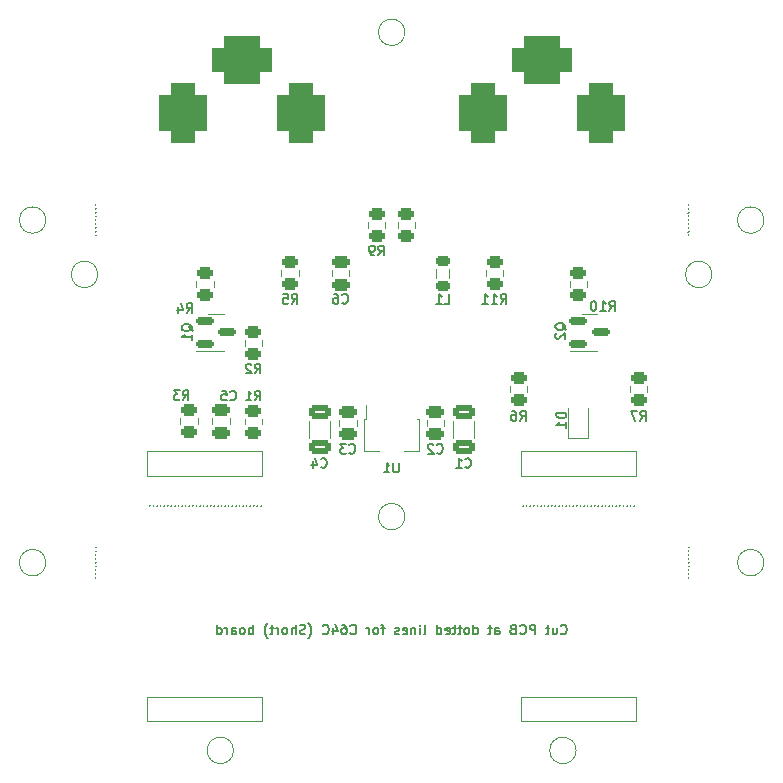
<source format=gbo>
%TF.GenerationSoftware,KiCad,Pcbnew,(6.0.1)*%
%TF.CreationDate,2022-01-31T14:39:12-05:00*%
%TF.ProjectId,C64-Composite-Modulator,4336342d-436f-46d7-906f-736974652d4d,0825*%
%TF.SameCoordinates,Original*%
%TF.FileFunction,Legend,Bot*%
%TF.FilePolarity,Positive*%
%FSLAX46Y46*%
G04 Gerber Fmt 4.6, Leading zero omitted, Abs format (unit mm)*
G04 Created by KiCad (PCBNEW (6.0.1)) date 2022-01-31 14:39:12*
%MOMM*%
%LPD*%
G01*
G04 APERTURE LIST*
G04 Aperture macros list*
%AMRoundRect*
0 Rectangle with rounded corners*
0 $1 Rounding radius*
0 $2 $3 $4 $5 $6 $7 $8 $9 X,Y pos of 4 corners*
0 Add a 4 corners polygon primitive as box body*
4,1,4,$2,$3,$4,$5,$6,$7,$8,$9,$2,$3,0*
0 Add four circle primitives for the rounded corners*
1,1,$1+$1,$2,$3*
1,1,$1+$1,$4,$5*
1,1,$1+$1,$6,$7*
1,1,$1+$1,$8,$9*
0 Add four rect primitives between the rounded corners*
20,1,$1+$1,$2,$3,$4,$5,0*
20,1,$1+$1,$4,$5,$6,$7,0*
20,1,$1+$1,$6,$7,$8,$9,0*
20,1,$1+$1,$8,$9,$2,$3,0*%
%AMFreePoly0*
4,1,9,3.862500,-0.866500,0.737500,-0.866500,0.737500,-0.450000,-0.737500,-0.450000,-0.737500,0.450000,0.737500,0.450000,0.737500,0.866500,3.862500,0.866500,3.862500,-0.866500,3.862500,-0.866500,$1*%
G04 Aperture macros list end*
%ADD10C,0.152400*%
%ADD11C,0.120000*%
%ADD12R,2.000000X2.000000*%
%ADD13C,1.440000*%
%ADD14RoundRect,1.000000X-1.000000X1.500000X-1.000000X-1.500000X1.000000X-1.500000X1.000000X1.500000X0*%
%ADD15RoundRect,1.000000X-1.500000X1.000000X-1.500000X-1.000000X1.500000X-1.000000X1.500000X1.000000X0*%
%ADD16C,3.000000*%
%ADD17R,1.700000X1.700000*%
%ADD18O,1.700000X1.700000*%
%ADD19C,1.600000*%
%ADD20C,2.000000*%
%ADD21RoundRect,0.250000X-0.450000X0.262500X-0.450000X-0.262500X0.450000X-0.262500X0.450000X0.262500X0*%
%ADD22RoundRect,0.250000X-0.475000X0.250000X-0.475000X-0.250000X0.475000X-0.250000X0.475000X0.250000X0*%
%ADD23R,0.900000X1.300000*%
%ADD24FreePoly0,270.000000*%
%ADD25RoundRect,0.150000X-0.587500X-0.150000X0.587500X-0.150000X0.587500X0.150000X-0.587500X0.150000X0*%
%ADD26R,0.500000X0.500000*%
%ADD27RoundRect,0.218750X-0.381250X0.218750X-0.381250X-0.218750X0.381250X-0.218750X0.381250X0.218750X0*%
%ADD28RoundRect,0.250000X-0.650000X0.325000X-0.650000X-0.325000X0.650000X-0.325000X0.650000X0.325000X0*%
G04 APERTURE END LIST*
D10*
X115732000Y-121213670D02*
G75*
G03*
X115732000Y-121213670I-50000J0D01*
G01*
X115732000Y-118963660D02*
G75*
G03*
X115732000Y-118963660I-50000J0D01*
G01*
X115732000Y-120249380D02*
G75*
G03*
X115732000Y-120249380I-50000J0D01*
G01*
X115732000Y-120570810D02*
G75*
G03*
X115732000Y-120570810I-50000J0D01*
G01*
X165932000Y-118642230D02*
G75*
G03*
X165932000Y-118642230I-50000J0D01*
G01*
X165932000Y-119927950D02*
G75*
G03*
X165932000Y-119927950I-50000J0D01*
G01*
X115732000Y-119285090D02*
G75*
G03*
X115732000Y-119285090I-50000J0D01*
G01*
X115732000Y-119606520D02*
G75*
G03*
X115732000Y-119606520I-50000J0D01*
G01*
X165932000Y-120570810D02*
G75*
G03*
X165932000Y-120570810I-50000J0D01*
G01*
X165932000Y-121213670D02*
G75*
G03*
X165932000Y-121213670I-50000J0D01*
G01*
X165932000Y-120249380D02*
G75*
G03*
X165932000Y-120249380I-50000J0D01*
G01*
X115732000Y-118642230D02*
G75*
G03*
X115732000Y-118642230I-50000J0D01*
G01*
X115732000Y-119927950D02*
G75*
G03*
X115732000Y-119927950I-50000J0D01*
G01*
X165932000Y-119606520D02*
G75*
G03*
X165932000Y-119606520I-50000J0D01*
G01*
X165932000Y-119285090D02*
G75*
G03*
X165932000Y-119285090I-50000J0D01*
G01*
X165932000Y-118963660D02*
G75*
G03*
X165932000Y-118963660I-50000J0D01*
G01*
X165932000Y-120892240D02*
G75*
G03*
X165932000Y-120892240I-50000J0D01*
G01*
X115732000Y-120892240D02*
G75*
G03*
X115732000Y-120892240I-50000J0D01*
G01*
X124880258Y-115127949D02*
G75*
G03*
X124880258Y-115127949I-50000J0D01*
G01*
X126397573Y-115127949D02*
G75*
G03*
X126397573Y-115127949I-50000J0D01*
G01*
X125790647Y-115127949D02*
G75*
G03*
X125790647Y-115127949I-50000J0D01*
G01*
X120328313Y-115127949D02*
G75*
G03*
X120328313Y-115127949I-50000J0D01*
G01*
X121238702Y-115127949D02*
G75*
G03*
X121238702Y-115127949I-50000J0D01*
G01*
X129432203Y-115127949D02*
G75*
G03*
X129432203Y-115127949I-50000J0D01*
G01*
X121845628Y-115127949D02*
G75*
G03*
X121845628Y-115127949I-50000J0D01*
G01*
X122452554Y-115127949D02*
G75*
G03*
X122452554Y-115127949I-50000J0D01*
G01*
X125487184Y-115127949D02*
G75*
G03*
X125487184Y-115127949I-50000J0D01*
G01*
X128218351Y-115127949D02*
G75*
G03*
X128218351Y-115127949I-50000J0D01*
G01*
X123666406Y-115127949D02*
G75*
G03*
X123666406Y-115127949I-50000J0D01*
G01*
X124576795Y-115127949D02*
G75*
G03*
X124576795Y-115127949I-50000J0D01*
G01*
X126094110Y-115127949D02*
G75*
G03*
X126094110Y-115127949I-50000J0D01*
G01*
X122756017Y-115127949D02*
G75*
G03*
X122756017Y-115127949I-50000J0D01*
G01*
X121542165Y-115127949D02*
G75*
G03*
X121542165Y-115127949I-50000J0D01*
G01*
X129735666Y-115127949D02*
G75*
G03*
X129735666Y-115127949I-50000J0D01*
G01*
X123969869Y-115127949D02*
G75*
G03*
X123969869Y-115127949I-50000J0D01*
G01*
X123362943Y-115127949D02*
G75*
G03*
X123362943Y-115127949I-50000J0D01*
G01*
X127914888Y-115127949D02*
G75*
G03*
X127914888Y-115127949I-50000J0D01*
G01*
X127004499Y-115127949D02*
G75*
G03*
X127004499Y-115127949I-50000J0D01*
G01*
X129128740Y-115127949D02*
G75*
G03*
X129128740Y-115127949I-50000J0D01*
G01*
X126701036Y-115127949D02*
G75*
G03*
X126701036Y-115127949I-50000J0D01*
G01*
X127307962Y-115127949D02*
G75*
G03*
X127307962Y-115127949I-50000J0D01*
G01*
X120935239Y-115127949D02*
G75*
G03*
X120935239Y-115127949I-50000J0D01*
G01*
X122149091Y-115127949D02*
G75*
G03*
X122149091Y-115127949I-50000J0D01*
G01*
X125183721Y-115127949D02*
G75*
G03*
X125183721Y-115127949I-50000J0D01*
G01*
X123059480Y-115127949D02*
G75*
G03*
X123059480Y-115127949I-50000J0D01*
G01*
X120631776Y-115127949D02*
G75*
G03*
X120631776Y-115127949I-50000J0D01*
G01*
X124273332Y-115127949D02*
G75*
G03*
X124273332Y-115127949I-50000J0D01*
G01*
X128825277Y-115127949D02*
G75*
G03*
X128825277Y-115127949I-50000J0D01*
G01*
X128521814Y-115127949D02*
G75*
G03*
X128521814Y-115127949I-50000J0D01*
G01*
X127611425Y-115127949D02*
G75*
G03*
X127611425Y-115127949I-50000J0D01*
G01*
X165932000Y-90927950D02*
G75*
G03*
X165932000Y-90927950I-50000J0D01*
G01*
X165932000Y-89963660D02*
G75*
G03*
X165932000Y-89963660I-50000J0D01*
G01*
X165932000Y-91249380D02*
G75*
G03*
X165932000Y-91249380I-50000J0D01*
G01*
X165932000Y-92213670D02*
G75*
G03*
X165932000Y-92213670I-50000J0D01*
G01*
X165932000Y-91570810D02*
G75*
G03*
X165932000Y-91570810I-50000J0D01*
G01*
X165932000Y-91892240D02*
G75*
G03*
X165932000Y-91892240I-50000J0D01*
G01*
X165932000Y-90285090D02*
G75*
G03*
X165932000Y-90285090I-50000J0D01*
G01*
X165932000Y-90606520D02*
G75*
G03*
X165932000Y-90606520I-50000J0D01*
G01*
X165932000Y-89642230D02*
G75*
G03*
X165932000Y-89642230I-50000J0D01*
G01*
X115732000Y-91892240D02*
G75*
G03*
X115732000Y-91892240I-50000J0D01*
G01*
X115732000Y-90927950D02*
G75*
G03*
X115732000Y-90927950I-50000J0D01*
G01*
X115732000Y-91249380D02*
G75*
G03*
X115732000Y-91249380I-50000J0D01*
G01*
X115732000Y-89642230D02*
G75*
G03*
X115732000Y-89642230I-50000J0D01*
G01*
X115732000Y-91570810D02*
G75*
G03*
X115732000Y-91570810I-50000J0D01*
G01*
X115732000Y-92213670D02*
G75*
G03*
X115732000Y-92213670I-50000J0D01*
G01*
X115732000Y-89963660D02*
G75*
G03*
X115732000Y-89963660I-50000J0D01*
G01*
X115732000Y-90285090D02*
G75*
G03*
X115732000Y-90285090I-50000J0D01*
G01*
X115732000Y-90606520D02*
G75*
G03*
X115732000Y-90606520I-50000J0D01*
G01*
X152535239Y-115127950D02*
G75*
G03*
X152535239Y-115127950I-50000J0D01*
G01*
X158301036Y-115127950D02*
G75*
G03*
X158301036Y-115127950I-50000J0D01*
G01*
X155873332Y-115127950D02*
G75*
G03*
X155873332Y-115127950I-50000J0D01*
G01*
X159514888Y-115127950D02*
G75*
G03*
X159514888Y-115127950I-50000J0D01*
G01*
X153749091Y-115127950D02*
G75*
G03*
X153749091Y-115127950I-50000J0D01*
G01*
X156480258Y-115127950D02*
G75*
G03*
X156480258Y-115127950I-50000J0D01*
G01*
X158604499Y-115127950D02*
G75*
G03*
X158604499Y-115127950I-50000J0D01*
G01*
X155569869Y-115127950D02*
G75*
G03*
X155569869Y-115127950I-50000J0D01*
G01*
X154659480Y-115127950D02*
G75*
G03*
X154659480Y-115127950I-50000J0D01*
G01*
X157694110Y-115127950D02*
G75*
G03*
X157694110Y-115127950I-50000J0D01*
G01*
X157390647Y-115127950D02*
G75*
G03*
X157390647Y-115127950I-50000J0D01*
G01*
X156176795Y-115127950D02*
G75*
G03*
X156176795Y-115127950I-50000J0D01*
G01*
X159211425Y-115127950D02*
G75*
G03*
X159211425Y-115127950I-50000J0D01*
G01*
X153445628Y-115127950D02*
G75*
G03*
X153445628Y-115127950I-50000J0D01*
G01*
X154052554Y-115127950D02*
G75*
G03*
X154052554Y-115127950I-50000J0D01*
G01*
X152838702Y-115127950D02*
G75*
G03*
X152838702Y-115127950I-50000J0D01*
G01*
X152231776Y-115127950D02*
G75*
G03*
X152231776Y-115127950I-50000J0D01*
G01*
X154962943Y-115127950D02*
G75*
G03*
X154962943Y-115127950I-50000J0D01*
G01*
X160728740Y-115127950D02*
G75*
G03*
X160728740Y-115127950I-50000J0D01*
G01*
X156783721Y-115127950D02*
G75*
G03*
X156783721Y-115127950I-50000J0D01*
G01*
X153142165Y-115127950D02*
G75*
G03*
X153142165Y-115127950I-50000J0D01*
G01*
X159818351Y-115127950D02*
G75*
G03*
X159818351Y-115127950I-50000J0D01*
G01*
X161335666Y-115127950D02*
G75*
G03*
X161335666Y-115127950I-50000J0D01*
G01*
X161032203Y-115127950D02*
G75*
G03*
X161032203Y-115127950I-50000J0D01*
G01*
X160121814Y-115127950D02*
G75*
G03*
X160121814Y-115127950I-50000J0D01*
G01*
X157997573Y-115127950D02*
G75*
G03*
X157997573Y-115127950I-50000J0D01*
G01*
X158907962Y-115127950D02*
G75*
G03*
X158907962Y-115127950I-50000J0D01*
G01*
X151928313Y-115127950D02*
G75*
G03*
X151928313Y-115127950I-50000J0D01*
G01*
X154356017Y-115127950D02*
G75*
G03*
X154356017Y-115127950I-50000J0D01*
G01*
X157087184Y-115127950D02*
G75*
G03*
X157087184Y-115127950I-50000J0D01*
G01*
X160425277Y-115127950D02*
G75*
G03*
X160425277Y-115127950I-50000J0D01*
G01*
X155266406Y-115127950D02*
G75*
G03*
X155266406Y-115127950I-50000J0D01*
G01*
X155102751Y-125918235D02*
X155141456Y-125956940D01*
X155257570Y-125995645D01*
X155334980Y-125995645D01*
X155451094Y-125956940D01*
X155528504Y-125879530D01*
X155567209Y-125802121D01*
X155605913Y-125647302D01*
X155605913Y-125531188D01*
X155567209Y-125376369D01*
X155528504Y-125298959D01*
X155451094Y-125221550D01*
X155334980Y-125182845D01*
X155257570Y-125182845D01*
X155141456Y-125221550D01*
X155102751Y-125260254D01*
X154406066Y-125453778D02*
X154406066Y-125995645D01*
X154754409Y-125453778D02*
X154754409Y-125879530D01*
X154715704Y-125956940D01*
X154638294Y-125995645D01*
X154522180Y-125995645D01*
X154444770Y-125956940D01*
X154406066Y-125918235D01*
X154135132Y-125453778D02*
X153825494Y-125453778D01*
X154019018Y-125182845D02*
X154019018Y-125879530D01*
X153980313Y-125956940D01*
X153902904Y-125995645D01*
X153825494Y-125995645D01*
X152935285Y-125995645D02*
X152935285Y-125182845D01*
X152625647Y-125182845D01*
X152548237Y-125221550D01*
X152509532Y-125260254D01*
X152470828Y-125337664D01*
X152470828Y-125453778D01*
X152509532Y-125531188D01*
X152548237Y-125569892D01*
X152625647Y-125608597D01*
X152935285Y-125608597D01*
X151658028Y-125918235D02*
X151696732Y-125956940D01*
X151812847Y-125995645D01*
X151890256Y-125995645D01*
X152006370Y-125956940D01*
X152083780Y-125879530D01*
X152122485Y-125802121D01*
X152161190Y-125647302D01*
X152161190Y-125531188D01*
X152122485Y-125376369D01*
X152083780Y-125298959D01*
X152006370Y-125221550D01*
X151890256Y-125182845D01*
X151812847Y-125182845D01*
X151696732Y-125221550D01*
X151658028Y-125260254D01*
X151038751Y-125569892D02*
X150922637Y-125608597D01*
X150883932Y-125647302D01*
X150845228Y-125724711D01*
X150845228Y-125840826D01*
X150883932Y-125918235D01*
X150922637Y-125956940D01*
X151000047Y-125995645D01*
X151309685Y-125995645D01*
X151309685Y-125182845D01*
X151038751Y-125182845D01*
X150961342Y-125221550D01*
X150922637Y-125260254D01*
X150883932Y-125337664D01*
X150883932Y-125415073D01*
X150922637Y-125492483D01*
X150961342Y-125531188D01*
X151038751Y-125569892D01*
X151309685Y-125569892D01*
X149529266Y-125995645D02*
X149529266Y-125569892D01*
X149567970Y-125492483D01*
X149645380Y-125453778D01*
X149800199Y-125453778D01*
X149877609Y-125492483D01*
X149529266Y-125956940D02*
X149606675Y-125995645D01*
X149800199Y-125995645D01*
X149877609Y-125956940D01*
X149916313Y-125879530D01*
X149916313Y-125802121D01*
X149877609Y-125724711D01*
X149800199Y-125686007D01*
X149606675Y-125686007D01*
X149529266Y-125647302D01*
X149258332Y-125453778D02*
X148948694Y-125453778D01*
X149142218Y-125182845D02*
X149142218Y-125879530D01*
X149103513Y-125956940D01*
X149026104Y-125995645D01*
X148948694Y-125995645D01*
X147710142Y-125995645D02*
X147710142Y-125182845D01*
X147710142Y-125956940D02*
X147787551Y-125995645D01*
X147942370Y-125995645D01*
X148019780Y-125956940D01*
X148058485Y-125918235D01*
X148097190Y-125840826D01*
X148097190Y-125608597D01*
X148058485Y-125531188D01*
X148019780Y-125492483D01*
X147942370Y-125453778D01*
X147787551Y-125453778D01*
X147710142Y-125492483D01*
X147206980Y-125995645D02*
X147284390Y-125956940D01*
X147323094Y-125918235D01*
X147361799Y-125840826D01*
X147361799Y-125608597D01*
X147323094Y-125531188D01*
X147284390Y-125492483D01*
X147206980Y-125453778D01*
X147090866Y-125453778D01*
X147013456Y-125492483D01*
X146974751Y-125531188D01*
X146936047Y-125608597D01*
X146936047Y-125840826D01*
X146974751Y-125918235D01*
X147013456Y-125956940D01*
X147090866Y-125995645D01*
X147206980Y-125995645D01*
X146703818Y-125453778D02*
X146394180Y-125453778D01*
X146587704Y-125182845D02*
X146587704Y-125879530D01*
X146548999Y-125956940D01*
X146471590Y-125995645D01*
X146394180Y-125995645D01*
X146239361Y-125453778D02*
X145929723Y-125453778D01*
X146123247Y-125182845D02*
X146123247Y-125879530D01*
X146084542Y-125956940D01*
X146007132Y-125995645D01*
X145929723Y-125995645D01*
X145349151Y-125956940D02*
X145426561Y-125995645D01*
X145581380Y-125995645D01*
X145658790Y-125956940D01*
X145697494Y-125879530D01*
X145697494Y-125569892D01*
X145658790Y-125492483D01*
X145581380Y-125453778D01*
X145426561Y-125453778D01*
X145349151Y-125492483D01*
X145310447Y-125569892D01*
X145310447Y-125647302D01*
X145697494Y-125724711D01*
X144613761Y-125995645D02*
X144613761Y-125182845D01*
X144613761Y-125956940D02*
X144691170Y-125995645D01*
X144845990Y-125995645D01*
X144923399Y-125956940D01*
X144962104Y-125918235D01*
X145000809Y-125840826D01*
X145000809Y-125608597D01*
X144962104Y-125531188D01*
X144923399Y-125492483D01*
X144845990Y-125453778D01*
X144691170Y-125453778D01*
X144613761Y-125492483D01*
X143491323Y-125995645D02*
X143568732Y-125956940D01*
X143607437Y-125879530D01*
X143607437Y-125182845D01*
X143181685Y-125995645D02*
X143181685Y-125453778D01*
X143181685Y-125182845D02*
X143220390Y-125221550D01*
X143181685Y-125260254D01*
X143142980Y-125221550D01*
X143181685Y-125182845D01*
X143181685Y-125260254D01*
X142794637Y-125453778D02*
X142794637Y-125995645D01*
X142794637Y-125531188D02*
X142755932Y-125492483D01*
X142678523Y-125453778D01*
X142562409Y-125453778D01*
X142484999Y-125492483D01*
X142446294Y-125569892D01*
X142446294Y-125995645D01*
X141749609Y-125956940D02*
X141827018Y-125995645D01*
X141981837Y-125995645D01*
X142059247Y-125956940D01*
X142097951Y-125879530D01*
X142097951Y-125569892D01*
X142059247Y-125492483D01*
X141981837Y-125453778D01*
X141827018Y-125453778D01*
X141749609Y-125492483D01*
X141710904Y-125569892D01*
X141710904Y-125647302D01*
X142097951Y-125724711D01*
X141401266Y-125956940D02*
X141323856Y-125995645D01*
X141169037Y-125995645D01*
X141091628Y-125956940D01*
X141052923Y-125879530D01*
X141052923Y-125840826D01*
X141091628Y-125763416D01*
X141169037Y-125724711D01*
X141285151Y-125724711D01*
X141362561Y-125686007D01*
X141401266Y-125608597D01*
X141401266Y-125569892D01*
X141362561Y-125492483D01*
X141285151Y-125453778D01*
X141169037Y-125453778D01*
X141091628Y-125492483D01*
X140201418Y-125453778D02*
X139891780Y-125453778D01*
X140085304Y-125995645D02*
X140085304Y-125298959D01*
X140046599Y-125221550D01*
X139969190Y-125182845D01*
X139891780Y-125182845D01*
X139504732Y-125995645D02*
X139582142Y-125956940D01*
X139620847Y-125918235D01*
X139659551Y-125840826D01*
X139659551Y-125608597D01*
X139620847Y-125531188D01*
X139582142Y-125492483D01*
X139504732Y-125453778D01*
X139388618Y-125453778D01*
X139311209Y-125492483D01*
X139272504Y-125531188D01*
X139233799Y-125608597D01*
X139233799Y-125840826D01*
X139272504Y-125918235D01*
X139311209Y-125956940D01*
X139388618Y-125995645D01*
X139504732Y-125995645D01*
X138885456Y-125995645D02*
X138885456Y-125453778D01*
X138885456Y-125608597D02*
X138846751Y-125531188D01*
X138808047Y-125492483D01*
X138730637Y-125453778D01*
X138653228Y-125453778D01*
X137298561Y-125918235D02*
X137337266Y-125956940D01*
X137453380Y-125995645D01*
X137530790Y-125995645D01*
X137646904Y-125956940D01*
X137724313Y-125879530D01*
X137763018Y-125802121D01*
X137801723Y-125647302D01*
X137801723Y-125531188D01*
X137763018Y-125376369D01*
X137724313Y-125298959D01*
X137646904Y-125221550D01*
X137530790Y-125182845D01*
X137453380Y-125182845D01*
X137337266Y-125221550D01*
X137298561Y-125260254D01*
X136601875Y-125182845D02*
X136756694Y-125182845D01*
X136834104Y-125221550D01*
X136872809Y-125260254D01*
X136950218Y-125376369D01*
X136988923Y-125531188D01*
X136988923Y-125840826D01*
X136950218Y-125918235D01*
X136911513Y-125956940D01*
X136834104Y-125995645D01*
X136679285Y-125995645D01*
X136601875Y-125956940D01*
X136563170Y-125918235D01*
X136524466Y-125840826D01*
X136524466Y-125647302D01*
X136563170Y-125569892D01*
X136601875Y-125531188D01*
X136679285Y-125492483D01*
X136834104Y-125492483D01*
X136911513Y-125531188D01*
X136950218Y-125569892D01*
X136988923Y-125647302D01*
X135827780Y-125453778D02*
X135827780Y-125995645D01*
X136021304Y-125144140D02*
X136214828Y-125724711D01*
X135711666Y-125724711D01*
X134937570Y-125918235D02*
X134976275Y-125956940D01*
X135092390Y-125995645D01*
X135169799Y-125995645D01*
X135285913Y-125956940D01*
X135363323Y-125879530D01*
X135402028Y-125802121D01*
X135440732Y-125647302D01*
X135440732Y-125531188D01*
X135402028Y-125376369D01*
X135363323Y-125298959D01*
X135285913Y-125221550D01*
X135169799Y-125182845D01*
X135092390Y-125182845D01*
X134976275Y-125221550D01*
X134937570Y-125260254D01*
X133737723Y-126305283D02*
X133776428Y-126266578D01*
X133853837Y-126150464D01*
X133892542Y-126073054D01*
X133931247Y-125956940D01*
X133969951Y-125763416D01*
X133969951Y-125608597D01*
X133931247Y-125415073D01*
X133892542Y-125298959D01*
X133853837Y-125221550D01*
X133776428Y-125105435D01*
X133737723Y-125066730D01*
X133466790Y-125956940D02*
X133350675Y-125995645D01*
X133157151Y-125995645D01*
X133079742Y-125956940D01*
X133041037Y-125918235D01*
X133002332Y-125840826D01*
X133002332Y-125763416D01*
X133041037Y-125686007D01*
X133079742Y-125647302D01*
X133157151Y-125608597D01*
X133311970Y-125569892D01*
X133389380Y-125531188D01*
X133428085Y-125492483D01*
X133466790Y-125415073D01*
X133466790Y-125337664D01*
X133428085Y-125260254D01*
X133389380Y-125221550D01*
X133311970Y-125182845D01*
X133118447Y-125182845D01*
X133002332Y-125221550D01*
X132653990Y-125995645D02*
X132653990Y-125182845D01*
X132305647Y-125995645D02*
X132305647Y-125569892D01*
X132344351Y-125492483D01*
X132421761Y-125453778D01*
X132537875Y-125453778D01*
X132615285Y-125492483D01*
X132653990Y-125531188D01*
X131802485Y-125995645D02*
X131879894Y-125956940D01*
X131918599Y-125918235D01*
X131957304Y-125840826D01*
X131957304Y-125608597D01*
X131918599Y-125531188D01*
X131879894Y-125492483D01*
X131802485Y-125453778D01*
X131686370Y-125453778D01*
X131608961Y-125492483D01*
X131570256Y-125531188D01*
X131531551Y-125608597D01*
X131531551Y-125840826D01*
X131570256Y-125918235D01*
X131608961Y-125956940D01*
X131686370Y-125995645D01*
X131802485Y-125995645D01*
X131183209Y-125995645D02*
X131183209Y-125453778D01*
X131183209Y-125608597D02*
X131144504Y-125531188D01*
X131105799Y-125492483D01*
X131028390Y-125453778D01*
X130950980Y-125453778D01*
X130796161Y-125453778D02*
X130486523Y-125453778D01*
X130680047Y-125182845D02*
X130680047Y-125879530D01*
X130641342Y-125956940D01*
X130563932Y-125995645D01*
X130486523Y-125995645D01*
X130292999Y-126305283D02*
X130254294Y-126266578D01*
X130176885Y-126150464D01*
X130138180Y-126073054D01*
X130099475Y-125956940D01*
X130060770Y-125763416D01*
X130060770Y-125608597D01*
X130099475Y-125415073D01*
X130138180Y-125298959D01*
X130176885Y-125221550D01*
X130254294Y-125105435D01*
X130292999Y-125066730D01*
X129054447Y-125995645D02*
X129054447Y-125182845D01*
X129054447Y-125492483D02*
X128977037Y-125453778D01*
X128822218Y-125453778D01*
X128744809Y-125492483D01*
X128706104Y-125531188D01*
X128667399Y-125608597D01*
X128667399Y-125840826D01*
X128706104Y-125918235D01*
X128744809Y-125956940D01*
X128822218Y-125995645D01*
X128977037Y-125995645D01*
X129054447Y-125956940D01*
X128202942Y-125995645D02*
X128280351Y-125956940D01*
X128319056Y-125918235D01*
X128357761Y-125840826D01*
X128357761Y-125608597D01*
X128319056Y-125531188D01*
X128280351Y-125492483D01*
X128202942Y-125453778D01*
X128086828Y-125453778D01*
X128009418Y-125492483D01*
X127970713Y-125531188D01*
X127932009Y-125608597D01*
X127932009Y-125840826D01*
X127970713Y-125918235D01*
X128009418Y-125956940D01*
X128086828Y-125995645D01*
X128202942Y-125995645D01*
X127235323Y-125995645D02*
X127235323Y-125569892D01*
X127274028Y-125492483D01*
X127351437Y-125453778D01*
X127506256Y-125453778D01*
X127583666Y-125492483D01*
X127235323Y-125956940D02*
X127312732Y-125995645D01*
X127506256Y-125995645D01*
X127583666Y-125956940D01*
X127622370Y-125879530D01*
X127622370Y-125802121D01*
X127583666Y-125724711D01*
X127506256Y-125686007D01*
X127312732Y-125686007D01*
X127235323Y-125647302D01*
X126848275Y-125995645D02*
X126848275Y-125453778D01*
X126848275Y-125608597D02*
X126809570Y-125531188D01*
X126770866Y-125492483D01*
X126693456Y-125453778D01*
X126616047Y-125453778D01*
X125996770Y-125995645D02*
X125996770Y-125182845D01*
X125996770Y-125956940D02*
X126074180Y-125995645D01*
X126228999Y-125995645D01*
X126306409Y-125956940D01*
X126345113Y-125918235D01*
X126383818Y-125840826D01*
X126383818Y-125608597D01*
X126345113Y-125531188D01*
X126306409Y-125492483D01*
X126228999Y-125453778D01*
X126074180Y-125453778D01*
X125996770Y-125492483D01*
X139658734Y-93895645D02*
X139929668Y-93508597D01*
X140123191Y-93895645D02*
X140123191Y-93082845D01*
X139813553Y-93082845D01*
X139736144Y-93121550D01*
X139697439Y-93160254D01*
X139658734Y-93237664D01*
X139658734Y-93353778D01*
X139697439Y-93431188D01*
X139736144Y-93469892D01*
X139813553Y-93508597D01*
X140123191Y-93508597D01*
X139271687Y-93895645D02*
X139116868Y-93895645D01*
X139039458Y-93856940D01*
X139000753Y-93818235D01*
X138923344Y-93702121D01*
X138884639Y-93547302D01*
X138884639Y-93237664D01*
X138923344Y-93160254D01*
X138962048Y-93121550D01*
X139039458Y-93082845D01*
X139194277Y-93082845D01*
X139271687Y-93121550D01*
X139310391Y-93160254D01*
X139349096Y-93237664D01*
X139349096Y-93431188D01*
X139310391Y-93508597D01*
X139271687Y-93547302D01*
X139194277Y-93586007D01*
X139039458Y-93586007D01*
X138962048Y-93547302D01*
X138923344Y-93508597D01*
X138884639Y-93431188D01*
X161819954Y-107895645D02*
X162090888Y-107508597D01*
X162284411Y-107895645D02*
X162284411Y-107082845D01*
X161974773Y-107082845D01*
X161897364Y-107121550D01*
X161858659Y-107160254D01*
X161819954Y-107237664D01*
X161819954Y-107353778D01*
X161858659Y-107431188D01*
X161897364Y-107469892D01*
X161974773Y-107508597D01*
X162284411Y-107508597D01*
X161549021Y-107082845D02*
X161007154Y-107082845D01*
X161355497Y-107895645D01*
X129207467Y-106195645D02*
X129478401Y-105808597D01*
X129671924Y-106195645D02*
X129671924Y-105382845D01*
X129362286Y-105382845D01*
X129284877Y-105421550D01*
X129246172Y-105460254D01*
X129207467Y-105537664D01*
X129207467Y-105653778D01*
X129246172Y-105731188D01*
X129284877Y-105769892D01*
X129362286Y-105808597D01*
X129671924Y-105808597D01*
X128433372Y-106195645D02*
X128897829Y-106195645D01*
X128665601Y-106195645D02*
X128665601Y-105382845D01*
X128743010Y-105498959D01*
X128820420Y-105576369D01*
X128897829Y-105615073D01*
X136591277Y-97918235D02*
X136629982Y-97956940D01*
X136746096Y-97995645D01*
X136823506Y-97995645D01*
X136939620Y-97956940D01*
X137017030Y-97879530D01*
X137055734Y-97802121D01*
X137094439Y-97647302D01*
X137094439Y-97531188D01*
X137055734Y-97376369D01*
X137017030Y-97298959D01*
X136939620Y-97221550D01*
X136823506Y-97182845D01*
X136746096Y-97182845D01*
X136629982Y-97221550D01*
X136591277Y-97260254D01*
X135894591Y-97182845D02*
X136049411Y-97182845D01*
X136126820Y-97221550D01*
X136165525Y-97260254D01*
X136242934Y-97376369D01*
X136281639Y-97531188D01*
X136281639Y-97840826D01*
X136242934Y-97918235D01*
X136204230Y-97956940D01*
X136126820Y-97995645D01*
X135972001Y-97995645D01*
X135894591Y-97956940D01*
X135855887Y-97918235D01*
X135817182Y-97840826D01*
X135817182Y-97647302D01*
X135855887Y-97569892D01*
X135894591Y-97531188D01*
X135972001Y-97492483D01*
X136126820Y-97492483D01*
X136204230Y-97531188D01*
X136242934Y-97569892D01*
X136281639Y-97647302D01*
X132321634Y-97995645D02*
X132592568Y-97608597D01*
X132786091Y-97995645D02*
X132786091Y-97182845D01*
X132476453Y-97182845D01*
X132399044Y-97221550D01*
X132360339Y-97260254D01*
X132321634Y-97337664D01*
X132321634Y-97453778D01*
X132360339Y-97531188D01*
X132399044Y-97569892D01*
X132476453Y-97608597D01*
X132786091Y-97608597D01*
X131586244Y-97182845D02*
X131973291Y-97182845D01*
X132011996Y-97569892D01*
X131973291Y-97531188D01*
X131895882Y-97492483D01*
X131702358Y-97492483D01*
X131624948Y-97531188D01*
X131586244Y-97569892D01*
X131547539Y-97647302D01*
X131547539Y-97840826D01*
X131586244Y-97918235D01*
X131624948Y-97956940D01*
X131702358Y-97995645D01*
X131895882Y-97995645D01*
X131973291Y-97956940D01*
X132011996Y-97918235D01*
X150022013Y-97995645D02*
X150292946Y-97608597D01*
X150486470Y-97995645D02*
X150486470Y-97182845D01*
X150176832Y-97182845D01*
X150099422Y-97221550D01*
X150060718Y-97260254D01*
X150022013Y-97337664D01*
X150022013Y-97453778D01*
X150060718Y-97531188D01*
X150099422Y-97569892D01*
X150176832Y-97608597D01*
X150486470Y-97608597D01*
X149247918Y-97995645D02*
X149712375Y-97995645D01*
X149480146Y-97995645D02*
X149480146Y-97182845D01*
X149557556Y-97298959D01*
X149634965Y-97376369D01*
X149712375Y-97415073D01*
X148473822Y-97995645D02*
X148938279Y-97995645D01*
X148706051Y-97995645D02*
X148706051Y-97182845D01*
X148783460Y-97298959D01*
X148860870Y-97376369D01*
X148938279Y-97415073D01*
X141401266Y-111482845D02*
X141401266Y-112140826D01*
X141362561Y-112218235D01*
X141323856Y-112256940D01*
X141246447Y-112295645D01*
X141091628Y-112295645D01*
X141014218Y-112256940D01*
X140975513Y-112218235D01*
X140936809Y-112140826D01*
X140936809Y-111482845D01*
X140124009Y-112295645D02*
X140588466Y-112295645D01*
X140356237Y-112295645D02*
X140356237Y-111482845D01*
X140433647Y-111598959D01*
X140511056Y-111676369D01*
X140588466Y-111715073D01*
X127117466Y-106118235D02*
X127156171Y-106156940D01*
X127272285Y-106195645D01*
X127349695Y-106195645D01*
X127465809Y-106156940D01*
X127543219Y-106079530D01*
X127581923Y-106002121D01*
X127620628Y-105847302D01*
X127620628Y-105731188D01*
X127581923Y-105576369D01*
X127543219Y-105498959D01*
X127465809Y-105421550D01*
X127349695Y-105382845D01*
X127272285Y-105382845D01*
X127156171Y-105421550D01*
X127117466Y-105460254D01*
X126382076Y-105382845D02*
X126769123Y-105382845D01*
X126807828Y-105769892D01*
X126769123Y-105731188D01*
X126691714Y-105692483D01*
X126498190Y-105692483D01*
X126420780Y-105731188D01*
X126382076Y-105769892D01*
X126343371Y-105847302D01*
X126343371Y-106040826D01*
X126382076Y-106118235D01*
X126420780Y-106156940D01*
X126498190Y-106195645D01*
X126691714Y-106195645D01*
X126769123Y-106156940D01*
X126807828Y-106118235D01*
X123927104Y-100345531D02*
X123888400Y-100268121D01*
X123810990Y-100190712D01*
X123694876Y-100074598D01*
X123656171Y-99997188D01*
X123656171Y-99919779D01*
X123849695Y-99958483D02*
X123810990Y-99881074D01*
X123733580Y-99803664D01*
X123578761Y-99764960D01*
X123307828Y-99764960D01*
X123153009Y-99803664D01*
X123075600Y-99881074D01*
X123036895Y-99958483D01*
X123036895Y-100113302D01*
X123075600Y-100190712D01*
X123153009Y-100268121D01*
X123307828Y-100306826D01*
X123578761Y-100306826D01*
X123733580Y-100268121D01*
X123810990Y-100190712D01*
X123849695Y-100113302D01*
X123849695Y-99958483D01*
X123849695Y-101080921D02*
X123849695Y-100616464D01*
X123849695Y-100848693D02*
X123036895Y-100848693D01*
X123153009Y-100771283D01*
X123230419Y-100693874D01*
X123269123Y-100616464D01*
X155527104Y-100250540D02*
X155488400Y-100173130D01*
X155410990Y-100095721D01*
X155294876Y-99979607D01*
X155256171Y-99902197D01*
X155256171Y-99824788D01*
X155449695Y-99863492D02*
X155410990Y-99786083D01*
X155333580Y-99708673D01*
X155178761Y-99669969D01*
X154907828Y-99669969D01*
X154753009Y-99708673D01*
X154675600Y-99786083D01*
X154636895Y-99863492D01*
X154636895Y-100018311D01*
X154675600Y-100095721D01*
X154753009Y-100173130D01*
X154907828Y-100211835D01*
X155178761Y-100211835D01*
X155333580Y-100173130D01*
X155410990Y-100095721D01*
X155449695Y-100018311D01*
X155449695Y-99863492D01*
X154714304Y-100521473D02*
X154675600Y-100560178D01*
X154636895Y-100637588D01*
X154636895Y-100831111D01*
X154675600Y-100908521D01*
X154714304Y-100947226D01*
X154791714Y-100985930D01*
X154869123Y-100985930D01*
X154985238Y-100947226D01*
X155449695Y-100482769D01*
X155449695Y-100985930D01*
X155549695Y-107248021D02*
X154736895Y-107248021D01*
X154736895Y-107441545D01*
X154775600Y-107557659D01*
X154853009Y-107635068D01*
X154930419Y-107673773D01*
X155085238Y-107712478D01*
X155201352Y-107712478D01*
X155356171Y-107673773D01*
X155433580Y-107635068D01*
X155510990Y-107557659D01*
X155549695Y-107441545D01*
X155549695Y-107248021D01*
X155549695Y-108486573D02*
X155549695Y-108022116D01*
X155549695Y-108254345D02*
X154736895Y-108254345D01*
X154853009Y-108176935D01*
X154930419Y-108099525D01*
X154969123Y-108022116D01*
X129204134Y-103895645D02*
X129475068Y-103508597D01*
X129668591Y-103895645D02*
X129668591Y-103082845D01*
X129358953Y-103082845D01*
X129281544Y-103121550D01*
X129242839Y-103160254D01*
X129204134Y-103237664D01*
X129204134Y-103353778D01*
X129242839Y-103431188D01*
X129281544Y-103469892D01*
X129358953Y-103508597D01*
X129668591Y-103508597D01*
X128894496Y-103160254D02*
X128855791Y-103121550D01*
X128778382Y-103082845D01*
X128584858Y-103082845D01*
X128507448Y-103121550D01*
X128468744Y-103160254D01*
X128430039Y-103237664D01*
X128430039Y-103315073D01*
X128468744Y-103431188D01*
X128933201Y-103895645D01*
X128430039Y-103895645D01*
X151662469Y-107895645D02*
X151933403Y-107508597D01*
X152126926Y-107895645D02*
X152126926Y-107082845D01*
X151817288Y-107082845D01*
X151739879Y-107121550D01*
X151701174Y-107160254D01*
X151662469Y-107237664D01*
X151662469Y-107353778D01*
X151701174Y-107431188D01*
X151739879Y-107469892D01*
X151817288Y-107508597D01*
X152126926Y-107508597D01*
X150965783Y-107082845D02*
X151120603Y-107082845D01*
X151198012Y-107121550D01*
X151236717Y-107160254D01*
X151314126Y-107276369D01*
X151352831Y-107431188D01*
X151352831Y-107740826D01*
X151314126Y-107818235D01*
X151275422Y-107856940D01*
X151198012Y-107895645D01*
X151043193Y-107895645D01*
X150965783Y-107856940D01*
X150927079Y-107818235D01*
X150888374Y-107740826D01*
X150888374Y-107547302D01*
X150927079Y-107469892D01*
X150965783Y-107431188D01*
X151043193Y-107392483D01*
X151198012Y-107392483D01*
X151275422Y-107431188D01*
X151314126Y-107469892D01*
X151352831Y-107547302D01*
X159204514Y-98595645D02*
X159475447Y-98208597D01*
X159668971Y-98595645D02*
X159668971Y-97782845D01*
X159359333Y-97782845D01*
X159281923Y-97821550D01*
X159243219Y-97860254D01*
X159204514Y-97937664D01*
X159204514Y-98053778D01*
X159243219Y-98131188D01*
X159281923Y-98169892D01*
X159359333Y-98208597D01*
X159668971Y-98208597D01*
X158430419Y-98595645D02*
X158894876Y-98595645D01*
X158662647Y-98595645D02*
X158662647Y-97782845D01*
X158740057Y-97898959D01*
X158817466Y-97976369D01*
X158894876Y-98015073D01*
X157927257Y-97782845D02*
X157849847Y-97782845D01*
X157772438Y-97821550D01*
X157733733Y-97860254D01*
X157695028Y-97937664D01*
X157656323Y-98092483D01*
X157656323Y-98286007D01*
X157695028Y-98440826D01*
X157733733Y-98518235D01*
X157772438Y-98556940D01*
X157849847Y-98595645D01*
X157927257Y-98595645D01*
X158004666Y-98556940D01*
X158043371Y-98518235D01*
X158082076Y-98440826D01*
X158120780Y-98286007D01*
X158120780Y-98092483D01*
X158082076Y-97937664D01*
X158043371Y-97860254D01*
X158004666Y-97821550D01*
X157927257Y-97782845D01*
X145243666Y-97995645D02*
X145630714Y-97995645D01*
X145630714Y-97182845D01*
X144546980Y-97995645D02*
X145011438Y-97995645D01*
X144779209Y-97995645D02*
X144779209Y-97182845D01*
X144856619Y-97298959D01*
X144934028Y-97376369D01*
X145011438Y-97415073D01*
X123417466Y-98795645D02*
X123688400Y-98408597D01*
X123881923Y-98795645D02*
X123881923Y-97982845D01*
X123572285Y-97982845D01*
X123494876Y-98021550D01*
X123456171Y-98060254D01*
X123417466Y-98137664D01*
X123417466Y-98253778D01*
X123456171Y-98331188D01*
X123494876Y-98369892D01*
X123572285Y-98408597D01*
X123881923Y-98408597D01*
X122720780Y-98253778D02*
X122720780Y-98795645D01*
X122914304Y-97944140D02*
X123107828Y-98524711D01*
X122604666Y-98524711D01*
X134802467Y-111818235D02*
X134841172Y-111856940D01*
X134957286Y-111895645D01*
X135034696Y-111895645D01*
X135150810Y-111856940D01*
X135228220Y-111779530D01*
X135266924Y-111702121D01*
X135305629Y-111547302D01*
X135305629Y-111431188D01*
X135266924Y-111276369D01*
X135228220Y-111198959D01*
X135150810Y-111121550D01*
X135034696Y-111082845D01*
X134957286Y-111082845D01*
X134841172Y-111121550D01*
X134802467Y-111160254D01*
X134105781Y-111353778D02*
X134105781Y-111895645D01*
X134299305Y-111044140D02*
X134492829Y-111624711D01*
X133989667Y-111624711D01*
X123117466Y-106158155D02*
X123388400Y-105771107D01*
X123581923Y-106158155D02*
X123581923Y-105345355D01*
X123272285Y-105345355D01*
X123194876Y-105384060D01*
X123156171Y-105422764D01*
X123117466Y-105500174D01*
X123117466Y-105616288D01*
X123156171Y-105693698D01*
X123194876Y-105732402D01*
X123272285Y-105771107D01*
X123581923Y-105771107D01*
X122846533Y-105345355D02*
X122343371Y-105345355D01*
X122614304Y-105654993D01*
X122498190Y-105654993D01*
X122420780Y-105693698D01*
X122382076Y-105732402D01*
X122343371Y-105809812D01*
X122343371Y-106003336D01*
X122382076Y-106080745D01*
X122420780Y-106119450D01*
X122498190Y-106158155D01*
X122730419Y-106158155D01*
X122807828Y-106119450D01*
X122846533Y-106080745D01*
X147009468Y-111818235D02*
X147048173Y-111856940D01*
X147164287Y-111895645D01*
X147241697Y-111895645D01*
X147357811Y-111856940D01*
X147435221Y-111779530D01*
X147473925Y-111702121D01*
X147512630Y-111547302D01*
X147512630Y-111431188D01*
X147473925Y-111276369D01*
X147435221Y-111198959D01*
X147357811Y-111121550D01*
X147241697Y-111082845D01*
X147164287Y-111082845D01*
X147048173Y-111121550D01*
X147009468Y-111160254D01*
X146235373Y-111895645D02*
X146699830Y-111895645D01*
X146467602Y-111895645D02*
X146467602Y-111082845D01*
X146545011Y-111198959D01*
X146622421Y-111276369D01*
X146699830Y-111315073D01*
X144624459Y-110618235D02*
X144663164Y-110656940D01*
X144779278Y-110695645D01*
X144856688Y-110695645D01*
X144972802Y-110656940D01*
X145050212Y-110579530D01*
X145088916Y-110502121D01*
X145127621Y-110347302D01*
X145127621Y-110231188D01*
X145088916Y-110076369D01*
X145050212Y-109998959D01*
X144972802Y-109921550D01*
X144856688Y-109882845D01*
X144779278Y-109882845D01*
X144663164Y-109921550D01*
X144624459Y-109960254D01*
X144314821Y-109960254D02*
X144276116Y-109921550D01*
X144198707Y-109882845D01*
X144005183Y-109882845D01*
X143927773Y-109921550D01*
X143889069Y-109960254D01*
X143850364Y-110037664D01*
X143850364Y-110115073D01*
X143889069Y-110231188D01*
X144353526Y-110695645D01*
X143850364Y-110695645D01*
X137209970Y-110618235D02*
X137248675Y-110656940D01*
X137364789Y-110695645D01*
X137442199Y-110695645D01*
X137558313Y-110656940D01*
X137635723Y-110579530D01*
X137674427Y-110502121D01*
X137713132Y-110347302D01*
X137713132Y-110231188D01*
X137674427Y-110076369D01*
X137635723Y-109998959D01*
X137558313Y-109921550D01*
X137442199Y-109882845D01*
X137364789Y-109882845D01*
X137248675Y-109921550D01*
X137209970Y-109960254D01*
X136939037Y-109882845D02*
X136435875Y-109882845D01*
X136706808Y-110192483D01*
X136590694Y-110192483D01*
X136513284Y-110231188D01*
X136474580Y-110269892D01*
X136435875Y-110347302D01*
X136435875Y-110540826D01*
X136474580Y-110618235D01*
X136513284Y-110656940D01*
X136590694Y-110695645D01*
X136822923Y-110695645D01*
X136900332Y-110656940D01*
X136939037Y-110618235D01*
D11*
X161472000Y-133377950D02*
X151732000Y-133377950D01*
X151732000Y-133377950D02*
X151732000Y-131277950D01*
X151732000Y-131277950D02*
X161472000Y-131277950D01*
X161472000Y-131277950D02*
X161472000Y-133377950D01*
X129842000Y-133377950D02*
X120102000Y-133377950D01*
X120102000Y-133377950D02*
X120102000Y-131277950D01*
X120102000Y-131277950D02*
X129842000Y-131277950D01*
X129842000Y-131277950D02*
X129842000Y-133377950D01*
X172300034Y-119927950D02*
G75*
G03*
X172300034Y-119927950I-1118034J0D01*
G01*
X156400034Y-135827950D02*
G75*
G03*
X156400034Y-135827950I-1118034J0D01*
G01*
X127400034Y-135827950D02*
G75*
G03*
X127400034Y-135827950I-1118034J0D01*
G01*
X111500034Y-90927950D02*
G75*
G03*
X111500034Y-90927950I-1118034J0D01*
G01*
X172300034Y-90927950D02*
G75*
G03*
X172300034Y-90927950I-1118034J0D01*
G01*
X111500034Y-119927950D02*
G75*
G03*
X111500034Y-119927950I-1118034J0D01*
G01*
X129842000Y-112577950D02*
X120102000Y-112577950D01*
X120102000Y-112577950D02*
X120102000Y-110477950D01*
X120102000Y-110477950D02*
X129842000Y-110477950D01*
X129842000Y-110477950D02*
X129842000Y-112577950D01*
X161472000Y-112577950D02*
X151732000Y-112577950D01*
X151732000Y-112577950D02*
X151732000Y-110477950D01*
X151732000Y-110477950D02*
X161472000Y-110477950D01*
X161472000Y-110477950D02*
X161472000Y-112577950D01*
X115900034Y-95527950D02*
G75*
G03*
X115900034Y-95527950I-1118034J0D01*
G01*
X141900034Y-75027950D02*
G75*
G03*
X141900034Y-75027950I-1118034J0D01*
G01*
X141900034Y-116027950D02*
G75*
G03*
X141900034Y-116027950I-1118034J0D01*
G01*
X167900034Y-95527950D02*
G75*
G03*
X167900034Y-95527950I-1118034J0D01*
G01*
X140258266Y-91100886D02*
X140258266Y-91555014D01*
X138788266Y-91100886D02*
X138788266Y-91555014D01*
X160952000Y-105013386D02*
X160952000Y-105467514D01*
X162422000Y-105013386D02*
X162422000Y-105467514D01*
X128337000Y-107775886D02*
X128337000Y-108230014D01*
X129807000Y-107775886D02*
X129807000Y-108230014D01*
X137190800Y-95174198D02*
X137190800Y-95696702D01*
X135720800Y-95174198D02*
X135720800Y-95696702D01*
X132924500Y-95188386D02*
X132924500Y-95642514D01*
X131454500Y-95188386D02*
X131454500Y-95642514D01*
X150234500Y-95188386D02*
X150234500Y-95642514D01*
X148764500Y-95188386D02*
X148764500Y-95642514D01*
X143142000Y-107737950D02*
X142912000Y-107737950D01*
X138652000Y-106597950D02*
X138652000Y-107737950D01*
X138422000Y-107737950D02*
X138652000Y-107737950D01*
X141832000Y-110457950D02*
X143142000Y-110457950D01*
X143142000Y-110457950D02*
X143142000Y-107737950D01*
X138422000Y-110457950D02*
X139732000Y-110457950D01*
X138422000Y-107737950D02*
X138422000Y-110457950D01*
X127083666Y-107704198D02*
X127083666Y-108226702D01*
X125613666Y-107704198D02*
X125613666Y-108226702D01*
X125919500Y-98867950D02*
X126569500Y-98867950D01*
X125919500Y-98867950D02*
X125269500Y-98867950D01*
X125919500Y-101987950D02*
X126569500Y-101987950D01*
X125919500Y-101987950D02*
X124244500Y-101987950D01*
X157529500Y-101987950D02*
X158179500Y-101987950D01*
X157529500Y-98867950D02*
X158179500Y-98867950D01*
X157529500Y-98867950D02*
X156879500Y-98867950D01*
X157529500Y-101987950D02*
X155854500Y-101987950D01*
X157442000Y-109347950D02*
X155742000Y-109347950D01*
X155742000Y-109347950D02*
X155742000Y-106797950D01*
X157442000Y-109347950D02*
X157442000Y-106797950D01*
X141305732Y-91100886D02*
X141305732Y-91555014D01*
X142775732Y-91100886D02*
X142775732Y-91555014D01*
X128337000Y-101113386D02*
X128337000Y-101567514D01*
X129807000Y-101113386D02*
X129807000Y-101567514D01*
X150792000Y-105013386D02*
X150792000Y-105467514D01*
X152262000Y-105013386D02*
X152262000Y-105467514D01*
X155857000Y-96100886D02*
X155857000Y-96555014D01*
X157327000Y-96100886D02*
X157327000Y-96555014D01*
X144548200Y-95035828D02*
X144548200Y-95835072D01*
X145668200Y-95035828D02*
X145668200Y-95835072D01*
X124247000Y-96100886D02*
X124247000Y-96555014D01*
X125717000Y-96100886D02*
X125717000Y-96555014D01*
X133772000Y-107911698D02*
X133772000Y-109334202D01*
X135592000Y-107911698D02*
X135592000Y-109334202D01*
X124360333Y-107700886D02*
X124360333Y-108155014D01*
X122890333Y-107700886D02*
X122890333Y-108155014D01*
X145972000Y-107911698D02*
X145972000Y-109334202D01*
X147792000Y-107911698D02*
X147792000Y-109334202D01*
X145217000Y-107836698D02*
X145217000Y-108359202D01*
X143747000Y-107836698D02*
X143747000Y-108359202D01*
X136347000Y-107836698D02*
X136347000Y-108359202D01*
X137817000Y-107836698D02*
X137817000Y-108359202D01*
%LPC*%
D12*
X145108200Y-91327950D03*
X136455800Y-91327950D03*
X128522000Y-96327950D03*
D13*
X154042000Y-91327950D03*
X156582000Y-91327950D03*
X159122000Y-91327950D03*
D14*
X133082000Y-81874450D03*
D15*
X128082000Y-77374450D03*
D14*
X123082000Y-81874450D03*
D16*
X128082000Y-81874450D03*
D13*
X127522000Y-91327950D03*
X124982000Y-91327950D03*
X122442000Y-91327950D03*
D17*
X154067000Y-104327950D03*
D18*
X156607000Y-104327950D03*
X159147000Y-104327950D03*
D16*
X153482001Y-81874450D03*
D14*
X158482001Y-81874450D03*
D15*
X153482001Y-77374450D03*
D14*
X148482001Y-81874450D03*
D12*
X124982000Y-104327950D03*
X121422000Y-96327950D03*
X160142000Y-96327950D03*
X153042000Y-96327950D03*
D19*
X121162000Y-103840450D03*
X121162000Y-108840450D03*
D17*
X160422000Y-132327950D03*
D18*
X157862000Y-132327950D03*
X155322000Y-132327950D03*
X152782000Y-132327950D03*
X128782000Y-132327950D03*
X126242000Y-132327950D03*
X123702000Y-132327950D03*
X121162000Y-132327950D03*
D20*
X171182000Y-90927950D03*
X171182000Y-119927950D03*
X126282000Y-135827950D03*
X110382000Y-90927950D03*
X110382000Y-119927950D03*
X155282000Y-135827950D03*
D12*
X140782000Y-100427950D03*
D17*
X160422000Y-111527950D03*
D18*
X157862000Y-111527950D03*
X155322000Y-111527950D03*
X152782000Y-111527950D03*
X128782000Y-111527950D03*
X126242000Y-111527950D03*
X123702000Y-111527950D03*
X121162000Y-111527950D03*
D20*
X140782000Y-75027950D03*
X114782000Y-95527950D03*
X140782000Y-116027950D03*
X166782000Y-95527950D03*
D12*
X161687000Y-100427950D03*
D17*
X138257000Y-104327950D03*
D18*
X140797000Y-104327950D03*
X143337000Y-104327950D03*
D21*
X139523266Y-90415450D03*
X139523266Y-92240450D03*
X161687000Y-104327950D03*
X161687000Y-106152950D03*
X129072000Y-107090450D03*
X129072000Y-108915450D03*
D22*
X136455800Y-94485450D03*
X136455800Y-96385450D03*
D21*
X132189500Y-94502950D03*
X132189500Y-96327950D03*
X149499500Y-94502950D03*
X149499500Y-96327950D03*
D23*
X139282000Y-107147950D03*
D24*
X140782000Y-107235450D03*
D23*
X142282000Y-107147950D03*
D22*
X126348666Y-107015450D03*
X126348666Y-108915450D03*
D25*
X124982000Y-101377950D03*
X124982000Y-99477950D03*
X126857000Y-100427950D03*
X156592000Y-101377950D03*
X156592000Y-99477950D03*
X158467000Y-100427950D03*
D26*
X156592000Y-108947950D03*
X156592000Y-106747950D03*
D21*
X142040732Y-90415450D03*
X142040732Y-92240450D03*
X129072000Y-100427950D03*
X129072000Y-102252950D03*
X151527000Y-104327950D03*
X151527000Y-106152950D03*
X156592000Y-95415450D03*
X156592000Y-97240450D03*
D27*
X145108200Y-94372950D03*
X145108200Y-96497950D03*
D21*
X124982000Y-95415450D03*
X124982000Y-97240450D03*
D28*
X134682000Y-107147950D03*
X134682000Y-110097950D03*
D21*
X123625333Y-107015450D03*
X123625333Y-108840450D03*
D28*
X146882000Y-107147950D03*
X146882000Y-110097950D03*
D22*
X144482000Y-107147950D03*
X144482000Y-109047950D03*
X137082000Y-107147950D03*
X137082000Y-109047950D03*
M02*

</source>
